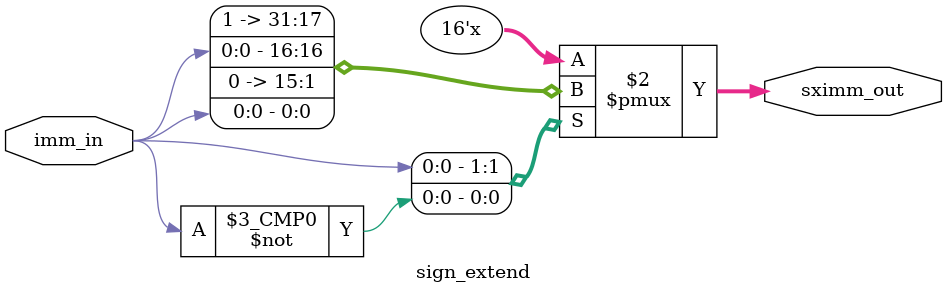
<source format=v>
module instr_dec(ID_in, opcode, op, nsel_fsm, readnum, writenum, ALUop, sximm5, sximm8, shift);
    input [15:0] ID_in;

    output [2:0] opcode;
    output [1:0] op;
    assign opcode = ID_in[15:13];
    assign op = ID_in[12:11];

    input [1:0] nsel_fsm; //from FSM :)
    wire [2:0] nsel_mux_out;
    wire [2:0] Rn = ID_in[10:8];
    wire [2:0] Rd = ID_in[7:5];
    wire [2:0] Rm = ID_in[2:0];
    output [2:0] readnum;
    output [2:0] writenum;

    output [15:0] sximm8;
    output [15:0] sximm5;
    wire [7:0] imm8 = ID_in[7:0];
    wire [4:0] imm5 = ID_in[4:0];

    output [1:0] ALUop;
    assign ALUop = ID_in[12:11];

    output [1:0] shift;
    assign shift = ID_in[4:3];

    nsel_mux NSEL_MUX(Rn, Rd, Rm, nsel_fsm, nsel_mux_out); //instatiating mux for register Rn, Rd, Rm select
    sign_extend #(8) U0(imm8, sximm8); //instantiating sign extender for immediate 8 operand
    sign_extend #(5) U1(imm5, sximm5); //instantiating sign extender for immediate 5 operand

    assign readnum = nsel_mux_out;
    assign writenum = nsel_mux_out;

endmodule

//Mux to select between Rn, Rd, Rm to control what is driven onto readnum and writenum
module nsel_mux(rn, rd, rm, nsel_fsm_in, nsel_mux_output);
    input [2:0] rn, rd, rm;
    input [1:0] nsel_fsm_in;
    output [2:0] nsel_mux_output;
    reg [2:0] nsel_mux_output;

    always @* begin
        case(nsel_fsm_in)
            2'b00 : nsel_mux_output = rn; 
            2'b01 : nsel_mux_output = rd; 
            2'b10 : nsel_mux_output = rm;
            2'b11 : nsel_mux_output = 3'bxxx;
            default: nsel_mux_output = 3'bxxx;

        endcase
    end

endmodule


//Parameterized module for sign extending a binary value
module sign_extend(imm_in, sximm_out);
    parameter n = 1;
    input [n-1:0] imm_in;
    output [15:0] sximm_out;
    reg [15:0] sximm_out;

    always @* begin
        case(imm_in[n-1])
            1'b1 : sximm_out = {{(16-n){1'b1}}, imm_in}; //sign extends all 1s
            1'b0 : sximm_out = {{(16-n){1'b0}}, imm_in}; //sign extends all 0s

            default : sximm_out = {16{1'bx}};
        endcase
    end
endmodule
</source>
